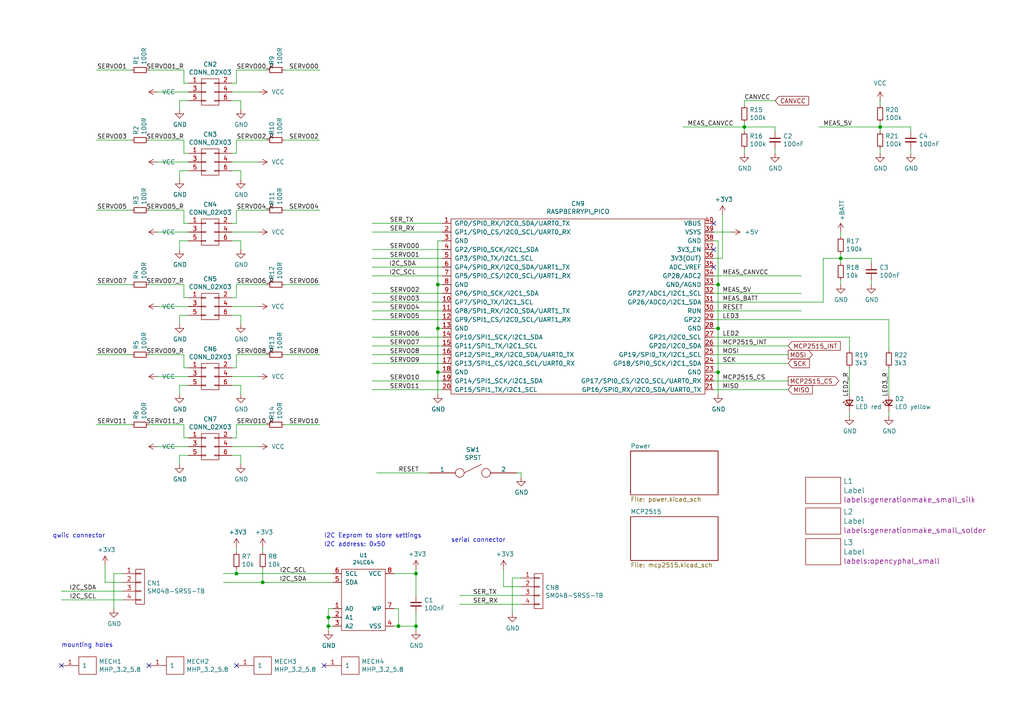
<source format=kicad_sch>
(kicad_sch (version 20211123) (generator eeschema)
  (paper "A4")
  (title_block (title "OpenCyphalServoController12") (date "2023-02-03") (rev "0.1") (company "generationmake"))
  (lib_symbols
    (symbol "Device:C_Small" (pin_numbers hide) (pin_names (offset 0.254) hide)
      (property "Reference" "C" (at 0.254 1.778 0))
      (property "Value" "C_Small" (at 0.254 -2.032 0))
      (symbol "C_Small_0_1"
        (polyline (pts (xy -1.524 -0.508) (xy 1.524 -0.508)) (stroke (width 0.3302)))
        (polyline (pts (xy -1.524 0.508) (xy 1.524 0.508)) (stroke (width 0.3048)))
      )
      (symbol "C_Small_1_1"
        (pin passive line (at 0 2.54 270) (length 2.032) (name "~") (number "1"))
        (pin passive line (at 0 -2.54 90) (length 2.032) (name "~") (number "2"))
      )
    )
    (symbol "Device:LED_Small" (pin_numbers hide) (pin_names (offset 0.254) hide)
      (property "Reference" "D" (at -1.27 3.175 0))
      (property "Value" "LED_Small" (at -4.445 -2.54 0))
      (symbol "LED_Small_0_1"
        (polyline (pts (xy -0.762 -1.016) (xy -0.762 1.016)) (stroke (width 0.254)))
        (polyline (pts (xy 1.016 0) (xy -0.762 0)))
        (polyline (pts (xy 0.762 -1.016) (xy -0.762 0) (xy 0.762 1.016) (xy 0.762 -1.016)) (stroke (width 0.254)))
        (polyline (pts (xy 0 0.762) (xy -0.508 1.27) (xy -0.254 1.27) (xy -0.508 1.27) (xy -0.508 1.016)))
        (polyline (pts (xy 0.508 1.27) (xy 0 1.778) (xy 0.254 1.778) (xy 0 1.778) (xy 0 1.524)))
      )
      (symbol "LED_Small_1_1"
        (pin passive line (at -2.54 0 0) (length 1.778) (name "K") (number "1"))
        (pin passive line (at 2.54 0 180) (length 1.778) (name "A") (number "2"))
      )
    )
    (symbol "Device:R_Small" (pin_numbers hide) (pin_names (offset 0.254) hide)
      (property "Reference" "R" (at 0.762 0.508 0))
      (property "Value" "R_Small" (at 0.762 -1.016 0))
      (symbol "R_Small_0_1"
        (rectangle (start -0.762 1.778) (end 0.762 -1.778) (stroke (width 0.2032)))
      )
      (symbol "R_Small_1_1"
        (pin passive line (at 0 2.54 270) (length 0.762) (name "~") (number "1"))
        (pin passive line (at 0 -2.54 90) (length 0.762) (name "~") (number "2"))
      )
    )
    (symbol "OpenCyphalPicoBase-rescue:+3.3V-power-supply" (power) (pin_names (offset 0))
      (property "Value" "+3.3V-power-supply" (at 0 3.556 0))
      (symbol "+3.3V-power-supply_0_1"
        (polyline (pts (xy -0.762 1.27) (xy 0 2.54)))
        (polyline (pts (xy 0 0) (xy 0 2.54)))
        (polyline (pts (xy 0 2.54) (xy 0.762 1.27)))
      )
      (symbol "+3.3V-power-supply_1_1"
        (pin power_in line (at 0 0 90) (length 0) hide (name "+3V3") (number "1"))
      )
    )
    (symbol "OpenCyphalPicoBase-rescue:+BATT-power-supply" (power) (pin_names (offset 0))
      (property "Value" "+BATT-power-supply" (at 0 3.556 0))
      (symbol "+BATT-power-supply_0_1"
        (polyline (pts (xy -0.762 1.27) (xy 0 2.54)))
        (polyline (pts (xy 0 0) (xy 0 2.54)))
        (polyline (pts (xy 0 2.54) (xy 0.762 1.27)))
      )
      (symbol "+BATT-power-supply_1_1"
        (pin power_in line (at 0 0 90) (length 0) hide (name "+BATT") (number "1"))
      )
    )
    (symbol "OpenCyphalPicoBase-rescue:24LC64-IC_interface_i2c" (pin_names (offset 1.016))
      (property "Reference" "U" (at 0 10.16 0))
      (property "Value" "24LC64-IC_interface_i2c" (at 0 -10.16 0))
      (symbol "24LC64-IC_interface_i2c_0_1"
        (rectangle (start -6.35 8.89) (end 6.35 -8.89))
      )
      (symbol "24LC64-IC_interface_i2c_1_1"
        (pin input line (at -8.89 -2.54 0) (length 2.54) (name "A0") (number "1"))
        (pin input line (at -8.89 -5.08 0) (length 2.54) (name "A1") (number "2"))
        (pin input line (at -8.89 -7.62 0) (length 2.54) (name "A2") (number "3"))
        (pin input line (at 8.89 -7.62 180) (length 2.54) (name "VSS") (number "4"))
        (pin input line (at -8.89 5.08 0) (length 2.54) (name "SDA") (number "5"))
        (pin input line (at -8.89 7.62 0) (length 2.54) (name "SCL") (number "6"))
        (pin input line (at 8.89 -2.54 180) (length 2.54) (name "WP") (number "7"))
        (pin input line (at 8.89 7.62 180) (length 2.54) (name "VCC") (number "8"))
      )
    )
    (symbol "OpenCyphalPicoBase-rescue:CONN_01X04-mechanical-connectors" (pin_names (offset 1.016) hide)
      (property "Reference" "P" (at 0 6.35 0))
      (property "Value" "CONN_01X04-mechanical-connectors" (at 2.54 0 90))
      (symbol "CONN_01X04-mechanical-connectors_0_1"
        (rectangle (start -1.27 -3.683) (end 0.254 -3.937))
        (rectangle (start -1.27 -1.143) (end 0.254 -1.397))
        (rectangle (start -1.27 1.397) (end 0.254 1.143))
        (rectangle (start -1.27 3.937) (end 0.254 3.683))
        (rectangle (start -1.27 5.08) (end 1.27 -5.08))
      )
      (symbol "CONN_01X04-mechanical-connectors_1_1"
        (pin passive line (at -5.08 3.81 0) (length 3.81) (name "P1") (number "1"))
        (pin passive line (at -5.08 1.27 0) (length 3.81) (name "P2") (number "2"))
        (pin passive line (at -5.08 -1.27 0) (length 3.81) (name "P3") (number "3"))
        (pin passive line (at -5.08 -3.81 0) (length 3.81) (name "P4") (number "4"))
      )
    )
    (symbol "OpenCyphalPicoBase-rescue:CONN_02X03-mechanical-connectors" (pin_names (offset 0.0254) hide)
      (property "Reference" "P" (at 0 5.08 0))
      (property "Value" "CONN_02X03-mechanical-connectors" (at 0 -5.08 0))
      (symbol "CONN_02X03-mechanical-connectors_0_1"
        (rectangle (start -2.54 -2.413) (end -1.27 -2.667))
        (rectangle (start -2.54 0.127) (end -1.27 -0.127))
        (rectangle (start -2.54 2.667) (end -1.27 2.413))
        (rectangle (start -2.54 3.81) (end 2.54 -3.81))
        (rectangle (start 1.27 -2.413) (end 2.54 -2.667))
        (rectangle (start 1.27 0.127) (end 2.54 -0.127))
        (rectangle (start 1.27 2.667) (end 2.54 2.413))
      )
      (symbol "CONN_02X03-mechanical-connectors_1_1"
        (pin passive line (at -6.35 2.54 0) (length 3.81) (name "P1") (number "1"))
        (pin passive line (at 6.35 2.54 180) (length 3.81) (name "P2") (number "2"))
        (pin passive line (at -6.35 0 0) (length 3.81) (name "P3") (number "3"))
        (pin passive line (at 6.35 0 180) (length 3.81) (name "P4") (number "4"))
        (pin passive line (at -6.35 -2.54 0) (length 3.81) (name "P5") (number "5"))
        (pin passive line (at 6.35 -2.54 180) (length 3.81) (name "P6") (number "6"))
      )
    )
    (symbol "OpenCyphalPicoBase-rescue:GND-power-supply" (power) (pin_names (offset 0))
      (property "Value" "GND-power-supply" (at 0 -3.81 0))
      (symbol "GND-power-supply_0_1"
        (polyline (pts (xy 0 0) (xy 0 -1.27) (xy 1.27 -1.27) (xy 0 -2.54) (xy -1.27 -1.27) (xy 0 -1.27)))
      )
      (symbol "GND-power-supply_1_1"
        (pin power_in line (at 0 0 270) (length 0) hide (name "GND") (number "1"))
      )
    )
    (symbol "OpenCyphalPicoBase-rescue:Label-devices" (pin_names (offset 1.016))
      (property "Reference" "L" (at 0 5.08 0))
      (property "Value" "Label-devices" (at 0 0 0))
      (symbol "Label-devices_0_1"
        (rectangle (start -5.08 3.81) (end 5.08 -3.81))
      )
    )
    (symbol "OpenCyphalPicoBase-rescue:MHP_3.2_5.8-MECH_mounting-holes" (pin_names (offset 1.016))
      (property "Reference" "MECH" (at 0 3.81 0))
      (property "Value" "MHP_3.2_5.8-MECH_mounting-holes" (at 1.27 -3.81 0))
      (symbol "MHP_3.2_5.8-MECH_mounting-holes_1_1"
        (rectangle (start -2.54 2.54) (end 2.54 -2.54))
        (pin bidirectional line (at -7.62 0 0) (length 5.08) (name "1") (number "1"))
      )
    )
    (symbol "OpenCyphalPicoBase-rescue:RASPBERRYPI_PICO-MODULE_compute" (pin_names (offset 1.016))
      (property "Reference" "CN" (at 0 26.67 0))
      (property "Value" "RASPBERRYPI_PICO-MODULE_compute" (at 0 -26.67 0))
      (symbol "RASPBERRYPI_PICO-MODULE_compute_0_1"
        (rectangle (start -36.83 25.4) (end 36.83 -25.4))
      )
      (symbol "RASPBERRYPI_PICO-MODULE_compute_1_1"
        (pin input line (at -39.37 24.13 0) (length 2.54) (name "GP0/SPI0_RX/I2C0_SDA/UART0_TX") (number "1"))
        (pin input line (at -39.37 1.27 0) (length 2.54) (name "GP7/SPI0_TX/I2C1_SCL") (number "10"))
        (pin input line (at -39.37 -1.27 0) (length 2.54) (name "GP8/SPI1_RX/I2C0_SDA/UART1_TX") (number "11"))
        (pin input line (at -39.37 -3.81 0) (length 2.54) (name "GP9/SPI1_CS/I2C0_SCL/UART1_RX") (number "12"))
        (pin input line (at -39.37 -6.35 0) (length 2.54) (name "GND") (number "13"))
        (pin input line (at -39.37 -8.89 0) (length 2.54) (name "GP10/SPI1_SCK/I2C1_SDA") (number "14"))
        (pin input line (at -39.37 -11.43 0) (length 2.54) (name "GP11/SPI1_TX/I2C1_SCL") (number "15"))
        (pin input line (at -39.37 -13.97 0) (length 2.54) (name "GP12/SPI1_RX/I2C0_SDA/UART0_TX") (number "16"))
        (pin input line (at -39.37 -16.51 0) (length 2.54) (name "GP13/SPI1_CS/I2C0_SCL/UART0_RX") (number "17"))
        (pin input line (at -39.37 -19.05 0) (length 2.54) (name "GND") (number "18"))
        (pin input line (at -39.37 -21.59 0) (length 2.54) (name "GP14/SPI1_SCK/I2C1_SDA") (number "19"))
        (pin input line (at -39.37 21.59 0) (length 2.54) (name "GP1/SPI0_CS/I2C0_SCL/UART0_RX") (number "2"))
        (pin input line (at -39.37 -24.13 0) (length 2.54) (name "GP15/SPI1_TX/I2C1_SCL") (number "20"))
        (pin input line (at 39.37 -24.13 180) (length 2.54) (name "GP16/SPI0_RX/I2C0_SDA/UART0_TX") (number "21"))
        (pin input line (at 39.37 -21.59 180) (length 2.54) (name "GP17/SPI0_CS/I2C0_SCL/UART0_RX") (number "22"))
        (pin input line (at 39.37 -19.05 180) (length 2.54) (name "GND") (number "23"))
        (pin input line (at 39.37 -16.51 180) (length 2.54) (name "GP18/SPI0_SCK/I2C1_SDA") (number "24"))
        (pin input line (at 39.37 -13.97 180) (length 2.54) (name "GP19/SPI0_TX/I2C1_SCL") (number "25"))
        (pin input line (at 39.37 -11.43 180) (length 2.54) (name "GP20/I2C0_SDA") (number "26"))
        (pin input line (at 39.37 -8.89 180) (length 2.54) (name "GP21/I2C0_SCL") (number "27"))
        (pin input line (at 39.37 -6.35 180) (length 2.54) (name "GND") (number "28"))
        (pin input line (at 39.37 -3.81 180) (length 2.54) (name "GP22") (number "29"))
        (pin input line (at -39.37 19.05 0) (length 2.54) (name "GND") (number "3"))
        (pin input line (at 39.37 -1.27 180) (length 2.54) (name "RUN") (number "30"))
        (pin input line (at 39.37 1.27 180) (length 2.54) (name "GP26/ADC0/I2C1_SDA") (number "31"))
        (pin input line (at 39.37 3.81 180) (length 2.54) (name "GP27/ADC1/I2C1_SCL") (number "32"))
        (pin input line (at 39.37 6.35 180) (length 2.54) (name "GND/AGND") (number "33"))
        (pin input line (at 39.37 8.89 180) (length 2.54) (name "GP28/ADC2") (number "34"))
        (pin input line (at 39.37 11.43 180) (length 2.54) (name "ADC_VREF") (number "35"))
        (pin input line (at 39.37 13.97 180) (length 2.54) (name "3V3(OUT)") (number "36"))
        (pin input line (at 39.37 16.51 180) (length 2.54) (name "3V3_EN") (number "37"))
        (pin input line (at 39.37 19.05 180) (length 2.54) (name "GND") (number "38"))
        (pin input line (at 39.37 21.59 180) (length 2.54) (name "VSYS") (number "39"))
        (pin input line (at -39.37 16.51 0) (length 2.54) (name "GP2/SPI0_SCK/I2C1_SDA") (number "4"))
        (pin input line (at 39.37 24.13 180) (length 2.54) (name "VBUS") (number "40"))
        (pin input line (at -39.37 13.97 0) (length 2.54) (name "GP3/SPI0_TX/I2C1_SCL") (number "5"))
        (pin input line (at -39.37 11.43 0) (length 2.54) (name "GP4/SPI0_RX/I2C0_SDA/UART1_TX") (number "6"))
        (pin input line (at -39.37 8.89 0) (length 2.54) (name "GP5/SPI0_CS/I2C0_SCL/UART1_RX") (number "7"))
        (pin input line (at -39.37 6.35 0) (length 2.54) (name "GND") (number "8"))
        (pin input line (at -39.37 3.81 0) (length 2.54) (name "GP6/SPI0_SCK/I2C1_SDA") (number "9"))
      )
    )
    (symbol "OpenCyphalPicoBase-rescue:SPST-devices" (pin_numbers hide) (pin_names (offset 0))
      (property "Reference" "SW" (at 0 2.54 0))
      (property "Value" "SPST-devices" (at 0 -2.54 0))
      (symbol "SPST-devices_0_0"
        (circle (center -3.81 0) (radius 1.27))
        (polyline (pts (xy -2.54 0) (xy 2.54 2.54)))
        (circle (center 3.81 0) (radius 1.27))
      )
      (symbol "SPST-devices_1_1"
        (pin input line (at -12.7 0 0) (length 7.62) (name "1") (number "1"))
        (pin input line (at 12.7 0 180) (length 7.62) (name "2") (number "2"))
      )
    )
    (symbol "power:+5V" (power) (pin_names (offset 0))
      (property "Value" "+5V" (at 0 3.556 0))
      (symbol "+5V_0_1"
        (polyline (pts (xy -0.762 1.27) (xy 0 2.54)))
        (polyline (pts (xy 0 0) (xy 0 2.54)))
        (polyline (pts (xy 0 2.54) (xy 0.762 1.27)))
      )
      (symbol "+5V_1_1"
        (pin power_in line (at 0 0 90) (length 0) hide (name "+5V") (number "1"))
      )
    )
    (symbol "power:VCC" (power) (pin_names (offset 0))
      (property "Value" "VCC" (at 0 3.81 0))
      (symbol "VCC_0_1"
        (polyline (pts (xy -0.762 1.27) (xy 0 2.54)))
        (polyline (pts (xy 0 0) (xy 0 2.54)))
        (polyline (pts (xy 0 2.54) (xy 0.762 1.27)))
      )
      (symbol "VCC_1_1"
        (pin power_in line (at 0 0 90) (length 0) hide (name "VCC") (number "1"))
      )
    )
  )
  (junction (at 76.2 168.91))
  (junction (at 120.65 181.61))
  (junction (at 208.28 95.25))
  (junction (at 127 107.95))
  (junction (at 215.9 36.83))
  (junction (at 95.25 181.61))
  (junction (at 68.58 166.37))
  (junction (at 120.65 166.37))
  (junction (at 208.28 107.95))
  (junction (at 208.28 82.55))
  (junction (at 95.25 179.07))
  (junction (at 115.57 181.61))
  (junction (at 127 95.25))
  (junction (at 255.27 36.83))
  (junction (at 243.84 74.93))
  (junction (at 127 82.55))
  (no_connect (at 207.01 77.47))
  (no_connect (at 93.98 193.04))
  (no_connect (at 17.78 193.04))
  (no_connect (at 207.01 72.39))
  (no_connect (at 43.18 193.04))
  (no_connect (at 207.01 64.77))
  (no_connect (at 68.58 193.04))
  (wire (pts (xy 208.28 107.95) (xy 208.28 114.3)))
  (wire (pts (xy 252.73 81.28) (xy 252.73 82.55)))
  (wire (pts (xy 96.52 176.53) (xy 95.25 176.53)))
  (wire (pts (xy 27.94 60.96) (xy 38.1 60.96)))
  (wire (pts (xy 68.58 24.13) (xy 67.31 24.13)))
  (wire (pts (xy 69.85 111.76) (xy 69.85 114.3)))
  (wire (pts (xy 17.78 173.99) (xy 35.56 173.99)))
  (wire (pts (xy 35.56 166.37) (xy 33.02 166.37)))
  (wire (pts (xy 68.58 158.75) (xy 68.58 160.02)))
  (wire (pts (xy 133.35 172.72) (xy 151.13 172.72)))
  (wire (pts (xy 120.65 181.61) (xy 120.65 182.88)))
  (wire (pts (xy 68.58 82.55) (xy 68.58 86.36)))
  (wire (pts (xy 115.57 181.61) (xy 120.65 181.61)))
  (wire (pts (xy 53.34 60.96) (xy 53.34 64.77)))
  (wire (pts (xy 33.02 166.37) (xy 33.02 176.53)))
  (wire (pts (xy 107.95 110.49) (xy 128.27 110.49)))
  (wire (pts (xy 215.9 38.1) (xy 215.9 36.83)))
  (wire (pts (xy 69.85 49.53) (xy 69.85 52.07)))
  (wire (pts (xy 68.58 102.87) (xy 77.47 102.87)))
  (wire (pts (xy 67.31 29.21) (xy 69.85 29.21)))
  (wire (pts (xy 264.16 43.18) (xy 264.16 44.45)))
  (wire (pts (xy 107.95 80.01) (xy 128.27 80.01)))
  (wire (pts (xy 76.2 168.91) (xy 96.52 168.91)))
  (wire (pts (xy 114.3 181.61) (xy 115.57 181.61)))
  (wire (pts (xy 243.84 68.58) (xy 243.84 67.31)))
  (wire (pts (xy 107.95 92.71) (xy 128.27 92.71)))
  (wire (pts (xy 68.58 166.37) (xy 96.52 166.37)))
  (wire (pts (xy 257.81 92.71) (xy 257.81 101.6)))
  (wire (pts (xy 96.52 179.07) (xy 95.25 179.07)))
  (wire (pts (xy 107.95 67.31) (xy 128.27 67.31)))
  (wire (pts (xy 95.25 176.53) (xy 95.25 179.07)))
  (wire (pts (xy 246.38 97.79) (xy 246.38 101.6)))
  (wire (pts (xy 208.28 82.55) (xy 208.28 95.25)))
  (wire (pts (xy 68.58 123.19) (xy 77.47 123.19)))
  (wire (pts (xy 92.71 102.87) (xy 82.55 102.87)))
  (wire (pts (xy 53.34 40.64) (xy 53.34 44.45)))
  (wire (pts (xy 74.93 129.54) (xy 67.31 129.54)))
  (wire (pts (xy 228.6 100.33) (xy 207.01 100.33)))
  (wire (pts (xy 127 69.85) (xy 127 82.55)))
  (wire (pts (xy 255.27 38.1) (xy 255.27 36.83)))
  (wire (pts (xy 207.01 69.85) (xy 208.28 69.85)))
  (wire (pts (xy 27.94 82.55) (xy 38.1 82.55)))
  (wire (pts (xy 255.27 36.83) (xy 264.16 36.83)))
  (wire (pts (xy 120.65 166.37) (xy 120.65 172.72)))
  (wire (pts (xy 127 107.95) (xy 127 114.3)))
  (wire (pts (xy 246.38 119.38) (xy 246.38 120.65)))
  (wire (pts (xy 68.58 60.96) (xy 68.58 64.77)))
  (wire (pts (xy 92.71 123.19) (xy 82.55 123.19)))
  (wire (pts (xy 92.71 82.55) (xy 82.55 82.55)))
  (wire (pts (xy 243.84 81.28) (xy 243.84 82.55)))
  (wire (pts (xy 215.9 43.18) (xy 215.9 44.45)))
  (wire (pts (xy 43.18 20.32) (xy 53.34 20.32)))
  (wire (pts (xy 238.76 74.93) (xy 243.84 74.93)))
  (wire (pts (xy 53.34 127) (xy 54.61 127)))
  (wire (pts (xy 92.71 40.64) (xy 82.55 40.64)))
  (wire (pts (xy 208.28 69.85) (xy 208.28 82.55)))
  (wire (pts (xy 246.38 106.68) (xy 246.38 114.3)))
  (wire (pts (xy 228.6 113.03) (xy 207.01 113.03)))
  (wire (pts (xy 74.93 67.31) (xy 67.31 67.31)))
  (wire (pts (xy 115.57 176.53) (xy 115.57 181.61)))
  (wire (pts (xy 243.84 76.2) (xy 243.84 74.93)))
  (wire (pts (xy 74.93 46.99) (xy 67.31 46.99)))
  (wire (pts (xy 127 95.25) (xy 127 107.95)))
  (wire (pts (xy 68.58 106.68) (xy 67.31 106.68)))
  (wire (pts (xy 27.94 123.19) (xy 38.1 123.19)))
  (wire (pts (xy 74.93 109.22) (xy 67.31 109.22)))
  (wire (pts (xy 69.85 132.08) (xy 69.85 134.62)))
  (wire (pts (xy 107.95 77.47) (xy 128.27 77.47)))
  (wire (pts (xy 151.13 167.64) (xy 148.59 167.64)))
  (wire (pts (xy 74.93 88.9) (xy 67.31 88.9)))
  (wire (pts (xy 53.34 44.45) (xy 54.61 44.45)))
  (wire (pts (xy 68.58 123.19) (xy 68.58 127)))
  (wire (pts (xy 238.76 87.63) (xy 238.76 74.93)))
  (wire (pts (xy 146.05 170.18) (xy 146.05 165.1)))
  (wire (pts (xy 30.48 168.91) (xy 30.48 163.83)))
  (wire (pts (xy 68.58 86.36) (xy 67.31 86.36)))
  (wire (pts (xy 68.58 64.77) (xy 67.31 64.77)))
  (wire (pts (xy 207.01 82.55) (xy 208.28 82.55)))
  (wire (pts (xy 207.01 74.93) (xy 209.55 74.93)))
  (wire (pts (xy 255.27 30.48) (xy 255.27 29.21)))
  (wire (pts (xy 92.71 20.32) (xy 82.55 20.32)))
  (wire (pts (xy 232.41 85.09) (xy 207.01 85.09)))
  (wire (pts (xy 109.22 137.16) (xy 124.46 137.16)))
  (wire (pts (xy 52.07 111.76) (xy 52.07 114.3)))
  (wire (pts (xy 148.59 167.64) (xy 148.59 177.8)))
  (wire (pts (xy 215.9 30.48) (xy 215.9 29.21)))
  (wire (pts (xy 68.58 20.32) (xy 77.47 20.32)))
  (wire (pts (xy 114.3 176.53) (xy 115.57 176.53)))
  (wire (pts (xy 68.58 165.1) (xy 68.58 166.37)))
  (wire (pts (xy 45.72 26.67) (xy 54.61 26.67)))
  (wire (pts (xy 45.72 88.9) (xy 54.61 88.9)))
  (wire (pts (xy 68.58 60.96) (xy 77.47 60.96)))
  (wire (pts (xy 52.07 132.08) (xy 52.07 134.62)))
  (wire (pts (xy 128.27 69.85) (xy 127 69.85)))
  (wire (pts (xy 53.34 64.77) (xy 54.61 64.77)))
  (wire (pts (xy 128.27 82.55) (xy 127 82.55)))
  (wire (pts (xy 53.34 106.68) (xy 54.61 106.68)))
  (wire (pts (xy 120.65 165.1) (xy 120.65 166.37)))
  (wire (pts (xy 95.25 181.61) (xy 95.25 182.88)))
  (wire (pts (xy 207.01 87.63) (xy 238.76 87.63)))
  (wire (pts (xy 228.6 105.41) (xy 207.01 105.41)))
  (wire (pts (xy 107.95 74.93) (xy 128.27 74.93)))
  (wire (pts (xy 237.49 36.83) (xy 255.27 36.83)))
  (wire (pts (xy 257.81 119.38) (xy 257.81 120.65)))
  (wire (pts (xy 52.07 49.53) (xy 52.07 52.07)))
  (wire (pts (xy 53.34 82.55) (xy 53.34 86.36)))
  (wire (pts (xy 151.13 170.18) (xy 146.05 170.18)))
  (wire (pts (xy 45.72 109.22) (xy 54.61 109.22)))
  (wire (pts (xy 64.77 168.91) (xy 76.2 168.91)))
  (wire (pts (xy 45.72 129.54) (xy 54.61 129.54)))
  (wire (pts (xy 243.84 74.93) (xy 252.73 74.93)))
  (wire (pts (xy 128.27 95.25) (xy 127 95.25)))
  (wire (pts (xy 64.77 166.37) (xy 68.58 166.37)))
  (wire (pts (xy 215.9 36.83) (xy 224.79 36.83)))
  (wire (pts (xy 207.01 97.79) (xy 246.38 97.79)))
  (wire (pts (xy 35.56 168.91) (xy 30.48 168.91)))
  (wire (pts (xy 53.34 24.13) (xy 54.61 24.13)))
  (wire (pts (xy 207.01 92.71) (xy 257.81 92.71)))
  (wire (pts (xy 107.95 100.33) (xy 128.27 100.33)))
  (wire (pts (xy 68.58 127) (xy 67.31 127)))
  (wire (pts (xy 107.95 85.09) (xy 128.27 85.09)))
  (wire (pts (xy 215.9 36.83) (xy 215.9 35.56)))
  (wire (pts (xy 54.61 49.53) (xy 52.07 49.53)))
  (wire (pts (xy 198.12 36.83) (xy 215.9 36.83)))
  (wire (pts (xy 53.34 102.87) (xy 53.34 106.68)))
  (wire (pts (xy 27.94 40.64) (xy 38.1 40.64)))
  (wire (pts (xy 224.79 43.18) (xy 224.79 44.45)))
  (wire (pts (xy 107.95 97.79) (xy 128.27 97.79)))
  (wire (pts (xy 68.58 82.55) (xy 77.47 82.55)))
  (wire (pts (xy 208.28 95.25) (xy 208.28 107.95)))
  (wire (pts (xy 54.61 91.44) (xy 52.07 91.44)))
  (wire (pts (xy 207.01 107.95) (xy 208.28 107.95)))
  (wire (pts (xy 92.71 60.96) (xy 82.55 60.96)))
  (wire (pts (xy 27.94 102.87) (xy 38.1 102.87)))
  (wire (pts (xy 252.73 74.93) (xy 252.73 76.2)))
  (wire (pts (xy 74.93 26.67) (xy 67.31 26.67)))
  (wire (pts (xy 67.31 132.08) (xy 69.85 132.08)))
  (wire (pts (xy 127 82.55) (xy 127 95.25)))
  (wire (pts (xy 67.31 69.85) (xy 69.85 69.85)))
  (wire (pts (xy 68.58 40.64) (xy 68.58 44.45)))
  (wire (pts (xy 43.18 102.87) (xy 53.34 102.87)))
  (wire (pts (xy 43.18 82.55) (xy 53.34 82.55)))
  (wire (pts (xy 17.78 171.45) (xy 35.56 171.45)))
  (wire (pts (xy 107.95 105.41) (xy 128.27 105.41)))
  (wire (pts (xy 43.18 60.96) (xy 53.34 60.96)))
  (wire (pts (xy 215.9 29.21) (xy 224.79 29.21)))
  (wire (pts (xy 120.65 177.8) (xy 120.65 181.61)))
  (wire (pts (xy 151.13 137.16) (xy 151.13 138.43)))
  (wire (pts (xy 107.95 64.77) (xy 128.27 64.77)))
  (wire (pts (xy 68.58 40.64) (xy 77.47 40.64)))
  (wire (pts (xy 209.55 74.93) (xy 209.55 62.23)))
  (wire (pts (xy 107.95 87.63) (xy 128.27 87.63)))
  (wire (pts (xy 45.72 67.31) (xy 54.61 67.31)))
  (wire (pts (xy 96.52 181.61) (xy 95.25 181.61)))
  (wire (pts (xy 69.85 69.85) (xy 69.85 72.39)))
  (wire (pts (xy 107.95 72.39) (xy 128.27 72.39)))
  (wire (pts (xy 27.94 20.32) (xy 38.1 20.32)))
  (wire (pts (xy 212.09 67.31) (xy 207.01 67.31)))
  (wire (pts (xy 255.27 43.18) (xy 255.27 44.45)))
  (wire (pts (xy 264.16 36.83) (xy 264.16 38.1)))
  (wire (pts (xy 54.61 29.21) (xy 52.07 29.21)))
  (wire (pts (xy 67.31 111.76) (xy 69.85 111.76)))
  (wire (pts (xy 45.72 46.99) (xy 54.61 46.99)))
  (wire (pts (xy 68.58 20.32) (xy 68.58 24.13)))
  (wire (pts (xy 95.25 179.07) (xy 95.25 181.61)))
  (wire (pts (xy 232.41 90.17) (xy 207.01 90.17)))
  (wire (pts (xy 149.86 137.16) (xy 151.13 137.16)))
  (wire (pts (xy 54.61 111.76) (xy 52.07 111.76)))
  (wire (pts (xy 207.01 95.25) (xy 208.28 95.25)))
  (wire (pts (xy 224.79 36.83) (xy 224.79 38.1)))
  (wire (pts (xy 76.2 165.1) (xy 76.2 168.91)))
  (wire (pts (xy 255.27 36.83) (xy 255.27 35.56)))
  (wire (pts (xy 228.6 110.49) (xy 207.01 110.49)))
  (wire (pts (xy 76.2 158.75) (xy 76.2 160.02)))
  (wire (pts (xy 128.27 107.95) (xy 127 107.95)))
  (wire (pts (xy 53.34 20.32) (xy 53.34 24.13)))
  (wire (pts (xy 54.61 132.08) (xy 52.07 132.08)))
  (wire (pts (xy 69.85 91.44) (xy 69.85 93.98)))
  (wire (pts (xy 107.95 90.17) (xy 128.27 90.17)))
  (wire (pts (xy 107.95 102.87) (xy 128.27 102.87)))
  (wire (pts (xy 43.18 123.19) (xy 53.34 123.19)))
  (wire (pts (xy 69.85 29.21) (xy 69.85 31.75)))
  (wire (pts (xy 43.18 40.64) (xy 53.34 40.64)))
  (wire (pts (xy 67.31 49.53) (xy 69.85 49.53)))
  (wire (pts (xy 133.35 175.26) (xy 151.13 175.26)))
  (wire (pts (xy 53.34 123.19) (xy 53.34 127)))
  (wire (pts (xy 52.07 69.85) (xy 52.07 72.39)))
  (wire (pts (xy 52.07 91.44) (xy 52.07 93.98)))
  (wire (pts (xy 67.31 91.44) (xy 69.85 91.44)))
  (wire (pts (xy 54.61 69.85) (xy 52.07 69.85)))
  (wire (pts (xy 107.95 113.03) (xy 128.27 113.03)))
  (wire (pts (xy 114.3 166.37) (xy 120.65 166.37)))
  (wire (pts (xy 68.58 102.87) (xy 68.58 106.68)))
  (wire (pts (xy 228.6 102.87) (xy 207.01 102.87)))
  (wire (pts (xy 53.34 86.36) (xy 54.61 86.36)))
  (wire (pts (xy 232.41 80.01) (xy 207.01 80.01)))
  (wire (pts (xy 52.07 29.21) (xy 52.07 31.75)))
  (wire (pts (xy 68.58 44.45) (xy 67.31 44.45)))
  (wire (pts (xy 257.81 106.68) (xy 257.81 114.3)))
  (wire (pts (xy 243.84 74.93) (xy 243.84 73.66)))
  (text "serial connector" (at 130.81 157.48 0) (effects (font (size 1.27 1.27)) (justify left bottom)))
  (text "qwiic connector" (at 15.24 156.21 0) (effects (font (size 1.27 1.27)) (justify left bottom)))
  (text "mounting holes" (at 17.78 187.96 0) (effects (font (size 1.27 1.27)) (justify left bottom)))
  (text "I2C address: 0x50" (at 93.98 158.75 0) (effects (font (size 1.27 1.27)) (justify left bottom)))
  (text "I2C Eeprom to store settings" (at 93.98 156.21 0) (effects (font (size 1.27 1.27)) (justify left bottom)))
  (label "RESET" (at 209.55 90.17 0))
  (label "LED2_R" (at 246.38 107.95 270))
  (label "SERVO02" (at 83.82 40.64 0))
  (label "SERVO03" (at 36.83 40.64 180))
  (label "I2C_SCL" (at 88.9 166.37 180))
  (label "SER_TX" (at 113.03 64.77 0))
  (label "SERVO04" (at 83.82 60.96 0))
  (label "MOSI" (at 209.55 102.87 0))
  (label "SERVO11_R" (at 53.34 123.19 180))
  (label "SERVO08" (at 83.82 102.87 0))
  (label "SERVO01" (at 36.83 20.32 180))
  (label "SERVO07" (at 113.03 100.33 0))
  (label "SERVO10" (at 83.82 123.19 0))
  (label "LED2" (at 209.55 97.79 0))
  (label "SERVO03" (at 113.03 87.63 0))
  (label "MEAS_5V" (at 209.55 85.09 0))
  (label "SERVO06" (at 83.82 82.55 0))
  (label "LED3_R" (at 257.81 107.95 270))
  (label "SERVO04" (at 113.03 90.17 0))
  (label "SER_RX" (at 113.03 67.31 0))
  (label "SERVO10" (at 113.03 110.49 0))
  (label "SERVO02" (at 113.03 85.09 0))
  (label "SERVO04_R" (at 68.58 60.96 0))
  (label "I2C_SCL" (at 120.65 80.01 180))
  (label "SERVO09" (at 36.83 102.87 180))
  (label "SERVO05_R" (at 53.34 60.96 180))
  (label "SERVO05" (at 36.83 60.96 180))
  (label "SERVO05" (at 113.03 92.71 0))
  (label "CANVCC" (at 215.9 29.21 0))
  (label "SERVO08_R" (at 68.58 102.87 0))
  (label "SERVO07_R" (at 53.34 82.55 180))
  (label "MEAS_CANVCC" (at 209.55 80.01 0))
  (label "MEAS_CANVCC" (at 199.39 36.83 0))
  (label "SERVO06_R" (at 68.58 82.55 0))
  (label "SERVO11" (at 36.83 123.19 180))
  (label "LED3" (at 209.55 92.71 0))
  (label "SER_RX" (at 137.16 175.26 0))
  (label "I2C_SDA" (at 27.94 171.45 180))
  (label "SERVO02_R" (at 68.58 40.64 0))
  (label "I2C_SCL" (at 27.94 173.99 180))
  (label "I2C_SDA" (at 120.65 77.47 180))
  (label "SERVO09" (at 113.03 105.41 0))
  (label "RESET" (at 115.57 137.16 0))
  (label "SERVO00" (at 83.82 20.32 0))
  (label "MEAS_5V" (at 238.76 36.83 0))
  (label "SERVO11" (at 113.03 113.03 0))
  (label "SERVO10_R" (at 68.58 123.19 0))
  (label "SERVO00_R" (at 68.58 20.32 0))
  (label "SCK" (at 209.55 105.41 0))
  (label "SERVO00" (at 113.03 72.39 0))
  (label "SERVO01" (at 113.03 74.93 0))
  (label "SERVO08" (at 113.03 102.87 0))
  (label "SERVO09_R" (at 53.34 102.87 180))
  (label "SER_TX" (at 137.16 172.72 0))
  (label "SERVO06" (at 113.03 97.79 0))
  (label "MISO" (at 209.55 113.03 0))
  (label "SERVO03_R" (at 53.34 40.64 180))
  (label "MCP2515_INT" (at 209.55 100.33 0))
  (label "SERVO07" (at 36.83 82.55 180))
  (label "SERVO01_R" (at 53.34 20.32 180))
  (label "MEAS_BATT" (at 209.55 87.63 0))
  (label "I2C_SDA" (at 88.9 168.91 180))
  (label "MCP2515_CS" (at 209.55 110.49 0))
  (global_label "MISO" (shape input) (at 228.6 113.03 0) (property "Referenzen zwischen Schaltplänen" "${INTERSHEET_REFS}" (effects hide)))
  (global_label "CANVCC" (shape input) (at 224.79 29.21 0) (property "Referenzen zwischen Schaltplänen" "${INTERSHEET_REFS}" (effects hide)))
  (global_label "MOSI" (shape output) (at 228.6 102.87 0) (property "Referenzen zwischen Schaltplänen" "${INTERSHEET_REFS}" (effects hide)))
  (global_label "MCP2515_CS" (shape output) (at 228.6 110.49 0) (property "Referenzen zwischen Schaltplänen" "${INTERSHEET_REFS}" (effects hide)))
  (global_label "SCK" (shape input) (at 228.6 105.41 0) (property "Referenzen zwischen Schaltplänen" "${INTERSHEET_REFS}" (effects hide)))
  (global_label "MCP2515_INT" (shape input) (at 228.6 100.33 0) (property "Referenzen zwischen Schaltplänen" "${INTERSHEET_REFS}" (effects hide)))
  (symbol (lib_id "OpenCyphalPicoBase-rescue:MHP_3.2_5.8-MECH_mounting-holes") (at 25.4 193.04 0) (unit 1)
    (property "Reference" "MECH1" (at 28.6512 191.8716 0) (effects (justify left)))
    (property "Value" "MHP_3.2_5.8" (at 28.6512 194.183 0) (effects (justify left)))
    (property "Footprint" "MECH_mounting_holes:MHP_3.2_5.8" (effects hide))
  )
  (symbol (lib_id "OpenCyphalPicoBase-rescue:MHP_3.2_5.8-MECH_mounting-holes") (at 50.8 193.04 0) (unit 1)
    (property "Reference" "MECH2" (at 54.0512 191.8716 0) (effects (justify left)))
    (property "Value" "MHP_3.2_5.8" (at 54.0512 194.183 0) (effects (justify left)))
    (property "Footprint" "MECH_mounting_holes:MHP_3.2_5.8" (effects hide))
  )
  (symbol (lib_id "OpenCyphalPicoBase-rescue:MHP_3.2_5.8-MECH_mounting-holes") (at 76.2 193.04 0) (unit 1)
    (property "Reference" "MECH3" (at 79.4512 191.8716 0) (effects (justify left)))
    (property "Value" "MHP_3.2_5.8" (at 79.4512 194.183 0) (effects (justify left)))
    (property "Footprint" "MECH_mounting_holes:MHP_3.2_5.8" (effects hide))
  )
  (symbol (lib_id "OpenCyphalPicoBase-rescue:MHP_3.2_5.8-MECH_mounting-holes") (at 101.6 193.04 0) (unit 1)
    (property "Reference" "MECH4" (at 104.8512 191.8716 0) (effects (justify left)))
    (property "Value" "MHP_3.2_5.8" (at 104.8512 194.183 0) (effects (justify left)))
    (property "Footprint" "MECH_mounting_holes:MHP_3.2_5.8" (effects hide))
  )
  (symbol (lib_id "OpenCyphalPicoBase-rescue:GND-power-supply") (at 127 114.3 0) (unit 1)
    (property "Reference" "#PWR032" (effects hide))
    (property "Value" "GND" (at 127.127 118.6942 0))
  )
  (symbol (lib_id "OpenCyphalPicoBase-rescue:+3.3V-power-supply") (at 209.55 62.23 0) (unit 1)
    (property "Reference" "#PWR037" (effects hide))
    (property "Value" "+3.3V" (at 209.931 57.8358 0))
  )
  (symbol (lib_id "OpenCyphalPicoBase-rescue:CONN_02X03-mechanical-connectors") (at 60.96 26.67 0) (unit 1)
    (property "Reference" "CN2" (at 60.96 18.669 0))
    (property "Value" "CONN_02X03" (at 60.96 20.9804 0))
    (property "Footprint" "Connector_PinHeader_2.54mm:PinHeader_2x03_P2.54mm_Horizontal" (effects hide))
  )
  (symbol (lib_id "OpenCyphalPicoBase-rescue:GND-power-supply") (at 52.07 31.75 0) (unit 1)
    (property "Reference" "#PWR09" (effects hide))
    (property "Value" "GND" (at 52.197 36.1442 0))
  )
  (symbol (lib_id "OpenCyphalPicoBase-rescue:GND-power-supply") (at 69.85 31.75 0) (unit 1)
    (property "Reference" "#PWR016" (effects hide))
    (property "Value" "GND" (at 69.977 36.1442 0))
  )
  (symbol (lib_id "OpenCyphalPicoBase-rescue:CONN_01X04-mechanical-connectors") (at 156.21 171.45 0) (unit 1)
    (property "Reference" "CN8" (at 158.1912 170.4086 0) (effects (justify left)))
    (property "Value" "SM04B-SRSS-TB" (at 158.1912 172.72 0) (effects (justify left)))
    (property "Footprint" "Connector_JST:JST_SH_SM04B-SRSS-TB_1x04-1MP_P1.00mm_Horizontal" (effects hide))
  )
  (symbol (lib_id "OpenCyphalPicoBase-rescue:GND-power-supply") (at 148.59 177.8 0) (unit 1)
    (property "Reference" "#PWR034" (effects hide))
    (property "Value" "GND" (at 148.717 182.1942 0))
  )
  (symbol (lib_id "OpenCyphalPicoBase-rescue:+3.3V-power-supply") (at 146.05 165.1 0) (unit 1)
    (property "Reference" "#PWR033" (effects hide))
    (property "Value" "+3.3V" (at 146.431 160.7058 0))
  )
  (symbol (lib_id "Device:R_Small") (at 68.58 162.56 0) (unit 1)
    (property "Reference" "R7" (at 70.0786 161.3916 0) (effects (justify left)))
    (property "Value" "10k" (at 70.0786 163.703 0) (effects (justify left)))
    (property "Footprint" "Resistor_SMD:R_0603_1608Metric" (effects hide))
  )
  (symbol (lib_id "Device:R_Small") (at 76.2 162.56 0) (unit 1)
    (property "Reference" "R8" (at 77.6986 161.3916 0) (effects (justify left)))
    (property "Value" "10k" (at 77.6986 163.703 0) (effects (justify left)))
    (property "Footprint" "Resistor_SMD:R_0603_1608Metric" (effects hide))
  )
  (symbol (lib_id "OpenCyphalPicoBase-rescue:+3.3V-power-supply") (at 68.58 158.75 0) (unit 1)
    (property "Reference" "#PWR015" (effects hide))
    (property "Value" "+3.3V" (at 68.961 154.3558 0))
  )
  (symbol (lib_id "OpenCyphalPicoBase-rescue:+3.3V-power-supply") (at 76.2 158.75 0) (unit 1)
    (property "Reference" "#PWR028" (effects hide))
    (property "Value" "+3.3V" (at 76.581 154.3558 0))
  )
  (symbol (lib_id "OpenCyphalPicoBase-rescue:GND-power-supply") (at 33.02 176.53 0) (unit 1)
    (property "Reference" "#PWR02" (effects hide))
    (property "Value" "GND" (at 33.147 180.9242 0))
  )
  (symbol (lib_id "OpenCyphalPicoBase-rescue:CONN_01X04-mechanical-connectors") (at 40.64 170.18 0) (unit 1)
    (property "Reference" "CN1" (at 42.6212 169.1386 0) (effects (justify left)))
    (property "Value" "SM04B-SRSS-TB" (at 42.6212 171.45 0) (effects (justify left)))
    (property "Footprint" "Connector_JST:JST_SH_SM04B-SRSS-TB_1x04-1MP_P1.00mm_Horizontal" (effects hide))
  )
  (symbol (lib_id "OpenCyphalPicoBase-rescue:+3.3V-power-supply") (at 30.48 163.83 0) (unit 1)
    (property "Reference" "#PWR01" (effects hide))
    (property "Value" "+3.3V" (at 30.861 159.4358 0))
  )
  (symbol (lib_id "Device:R_Small") (at 80.01 20.32 90) (unit 1)
    (property "Reference" "R9" (at 78.8416 18.8214 0) (effects (justify left)))
    (property "Value" "100R" (at 81.153 18.8214 0) (effects (justify left)))
    (property "Footprint" "Resistor_SMD:R_0603_1608Metric" (effects hide))
  )
  (symbol (lib_id "Device:R_Small") (at 40.64 20.32 90) (unit 1)
    (property "Reference" "R1" (at 39.4716 18.8214 0) (effects (justify left)))
    (property "Value" "100R" (at 41.783 18.8214 0) (effects (justify left)))
    (property "Footprint" "Resistor_SMD:R_0603_1608Metric" (effects hide))
  )
  (symbol (lib_id "OpenCyphalPicoBase-rescue:24LC64-IC_interface_i2c") (at 105.41 173.99 0) (unit 1)
    (property "Reference" "U1" (at 105.41 161.036 0) (effects (font (size 1.0922 1.0922))))
    (property "Value" "24LC64" (at 105.41 163.0934 0) (effects (font (size 1.0922 1.0922))))
    (property "Footprint" "Package_SO:SOIC-8_3.9x4.9mm_P1.27mm" (effects hide))
  )
  (symbol (lib_id "Device:C_Small") (at 120.65 175.26 0) (unit 1)
    (property "Reference" "C1" (at 122.9868 174.0916 0) (effects (justify left)))
    (property "Value" "100nF" (at 122.9868 176.403 0) (effects (justify left)))
    (property "Footprint" "Capacitor_SMD:C_0603_1608Metric" (effects hide))
  )
  (symbol (lib_id "OpenCyphalPicoBase-rescue:+3.3V-power-supply") (at 120.65 165.1 0) (unit 1)
    (property "Reference" "#PWR030" (effects hide))
    (property "Value" "+3.3V" (at 121.031 160.7058 0))
  )
  (symbol (lib_id "OpenCyphalPicoBase-rescue:GND-power-supply") (at 120.65 182.88 0) (unit 1)
    (property "Reference" "#PWR031" (effects hide))
    (property "Value" "GND" (at 120.777 187.2742 0))
  )
  (symbol (lib_id "OpenCyphalPicoBase-rescue:GND-power-supply") (at 95.25 182.88 0) (unit 1)
    (property "Reference" "#PWR029" (effects hide))
    (property "Value" "GND" (at 95.377 187.2742 0))
  )
  (symbol (lib_id "Device:LED_Small") (at 246.38 116.84 90) (unit 1)
    (property "Reference" "D1" (at 248.1072 115.6716 90) (effects (justify right)))
    (property "Value" "LED red" (at 248.1072 117.983 90) (effects (justify right)))
    (property "Footprint" "LED_SMD:LED_0603_1608Metric" (effects hide))
  )
  (symbol (lib_id "Device:R_Small") (at 246.38 104.14 0) (unit 1)
    (property "Reference" "R19" (at 247.8786 102.9716 0) (effects (justify left)))
    (property "Value" "3k3" (at 247.8786 105.283 0) (effects (justify left)))
    (property "Footprint" "Resistor_SMD:R_0603_1608Metric" (effects hide))
  )
  (symbol (lib_id "OpenCyphalPicoBase-rescue:GND-power-supply") (at 246.38 120.65 0) (unit 1)
    (property "Reference" "#PWR043" (effects hide))
    (property "Value" "GND" (at 246.507 125.0442 0))
  )
  (symbol (lib_id "Device:LED_Small") (at 257.81 116.84 90) (unit 1)
    (property "Reference" "D2" (at 259.5372 115.6716 90) (effects (justify right)))
    (property "Value" "LED yellow" (at 259.5372 117.983 90) (effects (justify right)))
    (property "Footprint" "LED_SMD:LED_0603_1608Metric" (effects hide))
  )
  (symbol (lib_id "Device:R_Small") (at 257.81 104.14 0) (unit 1)
    (property "Reference" "R22" (at 259.3086 102.9716 0) (effects (justify left)))
    (property "Value" "3k3" (at 259.3086 105.283 0) (effects (justify left)))
    (property "Footprint" "Resistor_SMD:R_0603_1608Metric" (effects hide))
  )
  (symbol (lib_id "OpenCyphalPicoBase-rescue:GND-power-supply") (at 257.81 120.65 0) (unit 1)
    (property "Reference" "#PWR047" (effects hide))
    (property "Value" "GND" (at 257.937 125.0442 0))
  )
  (symbol (lib_id "Device:R_Small") (at 243.84 71.12 0) (unit 1)
    (property "Reference" "R17" (at 245.3386 69.9516 0) (effects (justify left)))
    (property "Value" "190k" (at 245.3386 72.263 0) (effects (justify left)))
    (property "Footprint" "Resistor_SMD:R_0603_1608Metric" (effects hide))
  )
  (symbol (lib_id "Device:R_Small") (at 243.84 78.74 0) (unit 1)
    (property "Reference" "R18" (at 245.3386 77.5716 0) (effects (justify left)))
    (property "Value" "10k" (at 245.3386 79.883 0) (effects (justify left)))
    (property "Footprint" "Resistor_SMD:R_0603_1608Metric" (effects hide))
  )
  (symbol (lib_id "Device:C_Small") (at 252.73 78.74 0) (unit 1)
    (property "Reference" "C3" (at 255.0668 77.5716 0) (effects (justify left)))
    (property "Value" "100nF" (at 255.0668 79.883 0) (effects (justify left)))
    (property "Footprint" "Capacitor_SMD:C_0603_1608Metric" (effects hide))
  )
  (symbol (lib_id "OpenCyphalPicoBase-rescue:GND-power-supply") (at 252.73 82.55 0) (unit 1)
    (property "Reference" "#PWR044" (effects hide))
    (property "Value" "GND" (at 252.857 86.9442 0))
  )
  (symbol (lib_id "OpenCyphalPicoBase-rescue:GND-power-supply") (at 243.84 82.55 0) (unit 1)
    (property "Reference" "#PWR042" (effects hide))
    (property "Value" "GND" (at 243.967 86.9442 0))
  )
  (symbol (lib_id "OpenCyphalPicoBase-rescue:+BATT-power-supply") (at 243.84 67.31 0) (unit 1)
    (property "Reference" "#PWR041" (effects hide))
    (property "Value" "+BATT" (at 244.221 64.0842 90) (effects (justify left)))
  )
  (symbol (lib_id "OpenCyphalPicoBase-rescue:Label-devices") (at 238.76 142.24 0) (unit 1)
    (property "Reference" "L1" (at 244.5512 139.5476 0) (effects (font (size 1.524 1.524)) (justify left)))
    (property "Value" "Label" (at 244.5512 142.24 0) (effects (font (size 1.524 1.524)) (justify left)))
    (property "Footprint" "labels:generationmake_small_silk" (at 244.5512 144.9324 0) (effects (font (size 1.524 1.524)) (justify left)))
  )
  (symbol (lib_id "OpenCyphalPicoBase-rescue:Label-devices") (at 238.76 151.13 0) (unit 1)
    (property "Reference" "L2" (at 244.5512 148.4376 0) (effects (font (size 1.524 1.524)) (justify left)))
    (property "Value" "Label" (at 244.5512 151.13 0) (effects (font (size 1.524 1.524)) (justify left)))
    (property "Footprint" "labels:generationmake_small_solder" (at 244.5512 153.8224 0) (effects (font (size 1.524 1.524)) (justify left)))
  )
  (symbol (lib_id "OpenCyphalPicoBase-rescue:Label-devices") (at 238.76 160.02 0) (unit 1)
    (property "Reference" "L3" (at 244.5512 157.3276 0) (effects (font (size 1.524 1.524)) (justify left)))
    (property "Value" "Label" (at 244.5512 160.02 0) (effects (font (size 1.524 1.524)) (justify left)))
    (property "Footprint" "labels:opencyphal_small" (at 244.5512 162.7124 0) (effects (font (size 1.524 1.524)) (justify left)))
  )
  (symbol (lib_id "OpenCyphalPicoBase-rescue:RASPBERRYPI_PICO-MODULE_compute") (at 167.64 88.9 0) (unit 1)
    (property "Reference" "CN9" (at 167.64 59.055 0))
    (property "Value" "RASPBERRYPI_PICO" (at 167.64 61.3664 0))
    (property "Footprint" "generationmake:RASPI_PICO_SOLDER_Kopie" (effects hide))
  )
  (symbol (lib_id "OpenCyphalPicoBase-rescue:GND-power-supply") (at 208.28 114.3 0) (unit 1)
    (property "Reference" "#PWR036" (effects hide))
    (property "Value" "GND" (at 208.407 118.6942 0))
  )
  (symbol (lib_id "OpenCyphalPicoBase-rescue:SPST-devices") (at 137.16 137.16 0) (unit 1)
    (property "Reference" "SW1" (at 137.16 130.429 0))
    (property "Value" "SPST" (at 137.16 132.7404 0))
    (property "Footprint" "Button_Switch_SMD:SW_SPST_CK_RS282G05A3" (effects hide))
  )
  (symbol (lib_id "OpenCyphalPicoBase-rescue:GND-power-supply") (at 151.13 138.43 0) (unit 1)
    (property "Reference" "#PWR035" (effects hide))
    (property "Value" "GND" (at 151.257 142.8242 0))
  )
  (symbol (lib_id "power:VCC") (at 45.72 88.9 90) (unit 1)
    (property "Reference" "#PWR06" (effects hide))
    (property "Value" "VCC" (at 46.99 88.8999 90) (effects (justify right)))
  )
  (symbol (lib_id "Device:C_Small") (at 264.16 40.64 0) (unit 1)
    (property "Reference" "C4" (at 266.4968 39.4716 0) (effects (justify left)))
    (property "Value" "100nF" (at 266.4968 41.783 0) (effects (justify left)))
    (property "Footprint" "Capacitor_SMD:C_0603_1608Metric" (effects hide))
  )
  (symbol (lib_id "power:VCC") (at 74.93 46.99 270) (unit 1)
    (property "Reference" "#PWR023" (effects hide))
    (property "Value" "VCC" (at 78.74 46.9899 90) (effects (justify left)))
  )
  (symbol (lib_id "OpenCyphalPicoBase-rescue:GND-power-supply") (at 52.07 114.3 0) (unit 1)
    (property "Reference" "#PWR013" (effects hide))
    (property "Value" "GND" (at 52.197 118.6942 0))
  )
  (symbol (lib_id "power:VCC") (at 45.72 26.67 90) (unit 1)
    (property "Reference" "#PWR03" (effects hide))
    (property "Value" "VCC" (at 46.99 26.6699 90) (effects (justify right)))
  )
  (symbol (lib_id "OpenCyphalPicoBase-rescue:GND-power-supply") (at 264.16 44.45 0) (unit 1)
    (property "Reference" "#PWR048" (effects hide))
    (property "Value" "GND" (at 264.287 48.8442 0))
  )
  (symbol (lib_id "OpenCyphalPicoBase-rescue:GND-power-supply") (at 215.9 44.45 0) (unit 1)
    (property "Reference" "#PWR039" (effects hide))
    (property "Value" "GND" (at 216.027 48.8442 0))
  )
  (symbol (lib_id "Device:R_Small") (at 40.64 102.87 90) (unit 1)
    (property "Reference" "R5" (at 39.4716 101.3714 0) (effects (justify left)))
    (property "Value" "100R" (at 41.783 101.3714 0) (effects (justify left)))
    (property "Footprint" "Resistor_SMD:R_0603_1608Metric" (effects hide))
  )
  (symbol (lib_id "power:VCC") (at 74.93 129.54 270) (unit 1)
    (property "Reference" "#PWR027" (effects hide))
    (property "Value" "VCC" (at 78.74 129.5399 90) (effects (justify left)))
  )
  (symbol (lib_id "OpenCyphalPicoBase-rescue:GND-power-supply") (at 52.07 134.62 0) (unit 1)
    (property "Reference" "#PWR014" (effects hide))
    (property "Value" "GND" (at 52.197 139.0142 0))
  )
  (symbol (lib_id "power:VCC") (at 255.27 29.21 0) (unit 1)
    (property "Reference" "#PWR045" (effects hide))
    (property "Value" "VCC" (at 255.27 24.13 0))
  )
  (symbol (lib_id "OpenCyphalPicoBase-rescue:CONN_02X03-mechanical-connectors") (at 60.96 109.22 0) (unit 1)
    (property "Reference" "CN6" (at 60.96 101.219 0))
    (property "Value" "CONN_02X03" (at 60.96 103.5304 0))
    (property "Footprint" "Connector_PinHeader_2.54mm:PinHeader_2x03_P2.54mm_Horizontal" (effects hide))
  )
  (symbol (lib_id "power:VCC") (at 45.72 67.31 90) (unit 1)
    (property "Reference" "#PWR05" (effects hide))
    (property "Value" "VCC" (at 46.99 67.3099 90) (effects (justify right)))
  )
  (symbol (lib_id "power:VCC") (at 74.93 67.31 270) (unit 1)
    (property "Reference" "#PWR024" (effects hide))
    (property "Value" "VCC" (at 78.74 67.3099 90) (effects (justify left)))
  )
  (symbol (lib_id "Device:R_Small") (at 80.01 60.96 90) (unit 1)
    (property "Reference" "R11" (at 78.8416 59.4614 0) (effects (justify left)))
    (property "Value" "100R" (at 81.153 59.4614 0) (effects (justify left)))
    (property "Footprint" "Resistor_SMD:R_0603_1608Metric" (effects hide))
  )
  (symbol (lib_id "power:+5V") (at 212.09 67.31 270) (unit 1)
    (property "Reference" "#PWR038" (effects hide))
    (property "Value" "+5V" (at 215.9 67.3099 90) (effects (justify left)))
  )
  (symbol (lib_id "OpenCyphalPicoBase-rescue:GND-power-supply") (at 224.79 44.45 0) (unit 1)
    (property "Reference" "#PWR040" (effects hide))
    (property "Value" "GND" (at 224.917 48.8442 0))
  )
  (symbol (lib_id "OpenCyphalPicoBase-rescue:GND-power-supply") (at 69.85 52.07 0) (unit 1)
    (property "Reference" "#PWR017" (effects hide))
    (property "Value" "GND" (at 69.977 56.4642 0))
  )
  (symbol (lib_id "OpenCyphalPicoBase-rescue:GND-power-supply") (at 52.07 93.98 0) (unit 1)
    (property "Reference" "#PWR012" (effects hide))
    (property "Value" "GND" (at 52.197 98.3742 0))
  )
  (symbol (lib_id "Device:C_Small") (at 224.79 40.64 0) (unit 1)
    (property "Reference" "C2" (at 227.1268 39.4716 0) (effects (justify left)))
    (property "Value" "100nF" (at 227.1268 41.783 0) (effects (justify left)))
    (property "Footprint" "Capacitor_SMD:C_0603_1608Metric" (effects hide))
  )
  (symbol (lib_id "OpenCyphalPicoBase-rescue:GND-power-supply") (at 69.85 72.39 0) (unit 1)
    (property "Reference" "#PWR018" (effects hide))
    (property "Value" "GND" (at 69.977 76.7842 0))
  )
  (symbol (lib_id "OpenCyphalPicoBase-rescue:GND-power-supply") (at 255.27 44.45 0) (unit 1)
    (property "Reference" "#PWR046" (effects hide))
    (property "Value" "GND" (at 255.397 48.8442 0))
  )
  (symbol (lib_id "Device:R_Small") (at 80.01 102.87 90) (unit 1)
    (property "Reference" "R13" (at 78.8416 101.3714 0) (effects (justify left)))
    (property "Value" "100R" (at 81.153 101.3714 0) (effects (justify left)))
    (property "Footprint" "Resistor_SMD:R_0603_1608Metric" (effects hide))
  )
  (symbol (lib_id "OpenCyphalPicoBase-rescue:GND-power-supply") (at 69.85 93.98 0) (unit 1)
    (property "Reference" "#PWR019" (effects hide))
    (property "Value" "GND" (at 69.977 98.3742 0))
  )
  (symbol (lib_id "OpenCyphalPicoBase-rescue:CONN_02X03-mechanical-connectors") (at 60.96 46.99 0) (unit 1)
    (property "Reference" "CN3" (at 60.96 38.989 0))
    (property "Value" "CONN_02X03" (at 60.96 41.3004 0))
    (property "Footprint" "Connector_PinHeader_2.54mm:PinHeader_2x03_P2.54mm_Horizontal" (effects hide))
  )
  (symbol (lib_id "Device:R_Small") (at 80.01 40.64 90) (unit 1)
    (property "Reference" "R10" (at 78.8416 39.1414 0) (effects (justify left)))
    (property "Value" "100R" (at 81.153 39.1414 0) (effects (justify left)))
    (property "Footprint" "Resistor_SMD:R_0603_1608Metric" (effects hide))
  )
  (symbol (lib_id "OpenCyphalPicoBase-rescue:CONN_02X03-mechanical-connectors") (at 60.96 67.31 0) (unit 1)
    (property "Reference" "CN4" (at 60.96 59.309 0))
    (property "Value" "CONN_02X03" (at 60.96 61.6204 0))
    (property "Footprint" "Connector_PinHeader_2.54mm:PinHeader_2x03_P2.54mm_Horizontal" (effects hide))
  )
  (symbol (lib_id "Device:R_Small") (at 215.9 40.64 0) (unit 1)
    (property "Reference" "R16" (at 217.3986 39.4716 0) (effects (justify left)))
    (property "Value" "100k" (at 217.3986 41.783 0) (effects (justify left)))
    (property "Footprint" "Resistor_SMD:R_0603_1608Metric" (effects hide))
  )
  (symbol (lib_id "OpenCyphalPicoBase-rescue:CONN_02X03-mechanical-connectors") (at 60.96 88.9 0) (unit 1)
    (property "Reference" "CN5" (at 60.96 80.899 0))
    (property "Value" "CONN_02X03" (at 60.96 83.2104 0))
    (property "Footprint" "Connector_PinHeader_2.54mm:PinHeader_2x03_P2.54mm_Horizontal" (effects hide))
  )
  (symbol (lib_id "power:VCC") (at 45.72 109.22 90) (unit 1)
    (property "Reference" "#PWR07" (effects hide))
    (property "Value" "VCC" (at 46.99 109.2199 90) (effects (justify right)))
  )
  (symbol (lib_id "OpenCyphalPicoBase-rescue:GND-power-supply") (at 69.85 134.62 0) (unit 1)
    (property "Reference" "#PWR021" (effects hide))
    (property "Value" "GND" (at 69.977 139.0142 0))
  )
  (symbol (lib_id "power:VCC") (at 74.93 88.9 270) (unit 1)
    (property "Reference" "#PWR025" (effects hide))
    (property "Value" "VCC" (at 78.74 88.8999 90) (effects (justify left)))
  )
  (symbol (lib_id "Device:R_Small") (at 40.64 60.96 90) (unit 1)
    (property "Reference" "R3" (at 39.4716 59.4614 0) (effects (justify left)))
    (property "Value" "100R" (at 41.783 59.4614 0) (effects (justify left)))
    (property "Footprint" "Resistor_SMD:R_0603_1608Metric" (effects hide))
  )
  (symbol (lib_id "Device:R_Small") (at 40.64 123.19 90) (unit 1)
    (property "Reference" "R6" (at 39.4716 121.6914 0) (effects (justify left)))
    (property "Value" "100R" (at 41.783 121.6914 0) (effects (justify left)))
    (property "Footprint" "Resistor_SMD:R_0603_1608Metric" (effects hide))
  )
  (symbol (lib_id "Device:R_Small") (at 40.64 40.64 90) (unit 1)
    (property "Reference" "R2" (at 39.4716 39.1414 0) (effects (justify left)))
    (property "Value" "100R" (at 41.783 39.1414 0) (effects (justify left)))
    (property "Footprint" "Resistor_SMD:R_0603_1608Metric" (effects hide))
  )
  (symbol (lib_id "Device:R_Small") (at 215.9 33.02 0) (unit 1)
    (property "Reference" "R15" (at 217.3986 31.8516 0) (effects (justify left)))
    (property "Value" "100k" (at 217.3986 34.163 0) (effects (justify left)))
    (property "Footprint" "Resistor_SMD:R_0603_1608Metric" (effects hide))
  )
  (symbol (lib_id "power:VCC") (at 74.93 26.67 270) (unit 1)
    (property "Reference" "#PWR022" (effects hide))
    (property "Value" "VCC" (at 78.74 26.6699 90) (effects (justify left)))
  )
  (symbol (lib_id "power:VCC") (at 74.93 109.22 270) (unit 1)
    (property "Reference" "#PWR026" (effects hide))
    (property "Value" "VCC" (at 78.74 109.2199 90) (effects (justify left)))
  )
  (symbol (lib_id "power:VCC") (at 45.72 46.99 90) (unit 1)
    (property "Reference" "#PWR04" (effects hide))
    (property "Value" "VCC" (at 46.99 46.9899 90) (effects (justify right)))
  )
  (symbol (lib_id "Device:R_Small") (at 80.01 123.19 90) (unit 1)
    (property "Reference" "R14" (at 78.8416 121.6914 0) (effects (justify left)))
    (property "Value" "100R" (at 81.153 121.6914 0) (effects (justify left)))
    (property "Footprint" "Resistor_SMD:R_0603_1608Metric" (effects hide))
  )
  (symbol (lib_id "OpenCyphalPicoBase-rescue:GND-power-supply") (at 52.07 72.39 0) (unit 1)
    (property "Reference" "#PWR011" (effects hide))
    (property "Value" "GND" (at 52.197 76.7842 0))
  )
  (symbol (lib_id "Device:R_Small") (at 255.27 33.02 0) (unit 1)
    (property "Reference" "R20" (at 256.7686 31.8516 0) (effects (justify left)))
    (property "Value" "100k" (at 256.7686 34.163 0) (effects (justify left)))
    (property "Footprint" "Resistor_SMD:R_0603_1608Metric" (effects hide))
  )
  (symbol (lib_id "Device:R_Small") (at 80.01 82.55 90) (unit 1)
    (property "Reference" "R12" (at 78.8416 81.0514 0) (effects (justify left)))
    (property "Value" "100R" (at 81.153 81.0514 0) (effects (justify left)))
    (property "Footprint" "Resistor_SMD:R_0603_1608Metric" (effects hide))
  )
  (symbol (lib_id "OpenCyphalPicoBase-rescue:GND-power-supply") (at 52.07 52.07 0) (unit 1)
    (property "Reference" "#PWR010" (effects hide))
    (property "Value" "GND" (at 52.197 56.4642 0))
  )
  (symbol (lib_id "power:VCC") (at 45.72 129.54 90) (unit 1)
    (property "Reference" "#PWR08" (effects hide))
    (property "Value" "VCC" (at 46.99 129.5399 90) (effects (justify right)))
  )
  (symbol (lib_id "Device:R_Small") (at 40.64 82.55 90) (unit 1)
    (property "Reference" "R4" (at 39.4716 81.0514 0) (effects (justify left)))
    (property "Value" "100R" (at 41.783 81.0514 0) (effects (justify left)))
    (property "Footprint" "Resistor_SMD:R_0603_1608Metric" (effects hide))
  )
  (symbol (lib_id "OpenCyphalPicoBase-rescue:CONN_02X03-mechanical-connectors") (at 60.96 129.54 0) (unit 1)
    (property "Reference" "CN7" (at 60.96 121.539 0))
    (property "Value" "CONN_02X03" (at 60.96 123.8504 0))
    (property "Footprint" "Connector_PinHeader_2.54mm:PinHeader_2x03_P2.54mm_Horizontal" (effects hide))
  )
  (symbol (lib_id "Device:R_Small") (at 255.27 40.64 0) (unit 1)
    (property "Reference" "R21" (at 256.7686 39.4716 0) (effects (justify left)))
    (property "Value" "100k" (at 256.7686 41.783 0) (effects (justify left)))
    (property "Footprint" "Resistor_SMD:R_0603_1608Metric" (effects hide))
  )
  (symbol (lib_id "OpenCyphalPicoBase-rescue:GND-power-supply") (at 69.85 114.3 0) (unit 1)
    (property "Reference" "#PWR020" (effects hide))
    (property "Value" "GND" (at 69.977 118.6942 0))
  )
  (sheet (at 182.88 149.86) (size 25.4 12.7)
    (property "Sheet name" "MCP2515" (at 182.88 149.1484 0) (effects (justify left bottom)))
    (property "Sheet file" "mcp2515.kicad_sch" (at 182.88 163.1446 0) (effects (justify left top)))
  )
  (sheet (at 182.88 130.81) (size 25.4 12.7) (stroke (width 0.1524))
    (property "Sheet name" "Power" (at 182.88 130.0984 0) (effects (justify left bottom)))
    (property "Sheet file" "power.kicad_sch" (at 182.88 144.0946 0) (effects (justify left top)))
  )
)
</source>
